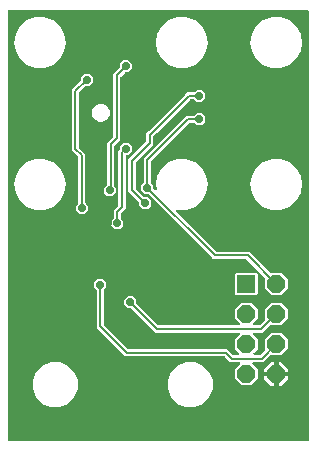
<source format=gbr>
G04 EAGLE Gerber RS-274X export*
G75*
%MOMM*%
%FSLAX34Y34*%
%LPD*%
%INBottom Copper*%
%IPPOS*%
%AMOC8*
5,1,8,0,0,1.08239X$1,22.5*%
G01*
%ADD10R,1.524000X1.524000*%
%ADD11P,1.649562X8X292.500000*%
%ADD12P,0.654629X8X22.500000*%
%ADD13C,0.203200*%

G36*
X256502Y2549D02*
X256502Y2549D01*
X256560Y2547D01*
X256642Y2569D01*
X256726Y2581D01*
X256779Y2604D01*
X256835Y2619D01*
X256908Y2662D01*
X256985Y2697D01*
X257030Y2735D01*
X257080Y2764D01*
X257138Y2826D01*
X257202Y2880D01*
X257234Y2929D01*
X257274Y2972D01*
X257313Y3047D01*
X257360Y3117D01*
X257377Y3173D01*
X257404Y3225D01*
X257415Y3293D01*
X257445Y3388D01*
X257448Y3488D01*
X257459Y3556D01*
X257459Y366444D01*
X257451Y366502D01*
X257453Y366560D01*
X257431Y366642D01*
X257419Y366726D01*
X257396Y366779D01*
X257381Y366835D01*
X257338Y366908D01*
X257303Y366985D01*
X257265Y367030D01*
X257236Y367080D01*
X257174Y367138D01*
X257120Y367202D01*
X257071Y367234D01*
X257028Y367274D01*
X256953Y367313D01*
X256883Y367360D01*
X256827Y367377D01*
X256775Y367404D01*
X256707Y367415D01*
X256612Y367445D01*
X256512Y367448D01*
X256444Y367459D01*
X3556Y367459D01*
X3498Y367451D01*
X3440Y367453D01*
X3358Y367431D01*
X3274Y367419D01*
X3221Y367396D01*
X3165Y367381D01*
X3092Y367338D01*
X3015Y367303D01*
X2970Y367265D01*
X2920Y367236D01*
X2862Y367174D01*
X2798Y367120D01*
X2766Y367071D01*
X2726Y367028D01*
X2687Y366953D01*
X2640Y366883D01*
X2623Y366827D01*
X2596Y366775D01*
X2585Y366707D01*
X2555Y366612D01*
X2552Y366512D01*
X2541Y366444D01*
X2541Y3556D01*
X2549Y3498D01*
X2547Y3440D01*
X2569Y3358D01*
X2581Y3274D01*
X2604Y3221D01*
X2619Y3165D01*
X2662Y3092D01*
X2697Y3015D01*
X2735Y2970D01*
X2764Y2920D01*
X2826Y2862D01*
X2880Y2798D01*
X2929Y2766D01*
X2972Y2726D01*
X3047Y2687D01*
X3117Y2640D01*
X3173Y2623D01*
X3225Y2596D01*
X3293Y2585D01*
X3388Y2555D01*
X3488Y2552D01*
X3556Y2541D01*
X256444Y2541D01*
X256502Y2549D01*
G37*
%LPC*%
G36*
X200802Y49747D02*
X200802Y49747D01*
X195147Y55402D01*
X195147Y63398D01*
X199467Y67718D01*
X199485Y67742D01*
X199507Y67761D01*
X199570Y67855D01*
X199638Y67945D01*
X199648Y67973D01*
X199665Y67997D01*
X199699Y68105D01*
X199739Y68211D01*
X199742Y68240D01*
X199751Y68268D01*
X199753Y68382D01*
X199763Y68494D01*
X199757Y68523D01*
X199758Y68552D01*
X199729Y68662D01*
X199707Y68773D01*
X199693Y68799D01*
X199686Y68827D01*
X199628Y68925D01*
X199576Y69025D01*
X199556Y69047D01*
X199541Y69072D01*
X199458Y69149D01*
X199380Y69231D01*
X199355Y69246D01*
X199333Y69266D01*
X199233Y69318D01*
X199135Y69375D01*
X199106Y69382D01*
X199080Y69396D01*
X199003Y69409D01*
X198859Y69445D01*
X198797Y69443D01*
X198749Y69451D01*
X191237Y69451D01*
X186535Y74154D01*
X186465Y74206D01*
X186401Y74266D01*
X186351Y74292D01*
X186307Y74325D01*
X186226Y74356D01*
X186148Y74396D01*
X186100Y74404D01*
X186042Y74426D01*
X185894Y74438D01*
X185817Y74451D01*
X102210Y74451D01*
X77901Y98760D01*
X77901Y130477D01*
X77893Y130533D01*
X77895Y130579D01*
X77888Y130605D01*
X77886Y130651D01*
X77869Y130704D01*
X77861Y130758D01*
X77828Y130832D01*
X77823Y130854D01*
X77818Y130861D01*
X77799Y130921D01*
X77771Y130961D01*
X77745Y131018D01*
X77678Y131097D01*
X77678Y131098D01*
X77676Y131099D01*
X77649Y131131D01*
X77604Y131195D01*
X75893Y132905D01*
X75893Y137095D01*
X78855Y140057D01*
X83045Y140057D01*
X86007Y137095D01*
X86007Y132905D01*
X84296Y131195D01*
X84244Y131125D01*
X84184Y131061D01*
X84158Y131012D01*
X84125Y130968D01*
X84102Y130906D01*
X84098Y130901D01*
X84093Y130884D01*
X84054Y130808D01*
X84046Y130760D01*
X84024Y130702D01*
X84020Y130653D01*
X84013Y130630D01*
X84011Y130548D01*
X83999Y130477D01*
X83999Y101706D01*
X84011Y101619D01*
X84014Y101532D01*
X84031Y101479D01*
X84039Y101424D01*
X84074Y101345D01*
X84101Y101261D01*
X84129Y101222D01*
X84155Y101165D01*
X84251Y101052D01*
X84296Y100988D01*
X104438Y80846D01*
X104508Y80794D01*
X104572Y80734D01*
X104621Y80708D01*
X104665Y80675D01*
X104747Y80644D01*
X104825Y80604D01*
X104872Y80596D01*
X104931Y80574D01*
X105079Y80562D01*
X105156Y80549D01*
X188763Y80549D01*
X193465Y75846D01*
X193535Y75794D01*
X193599Y75734D01*
X193649Y75708D01*
X193693Y75675D01*
X193774Y75644D01*
X193852Y75604D01*
X193900Y75596D01*
X193958Y75574D01*
X194106Y75562D01*
X194183Y75549D01*
X197949Y75549D01*
X197978Y75553D01*
X198008Y75550D01*
X198119Y75573D01*
X198231Y75589D01*
X198257Y75601D01*
X198286Y75606D01*
X198387Y75658D01*
X198490Y75705D01*
X198513Y75724D01*
X198539Y75737D01*
X198621Y75815D01*
X198707Y75888D01*
X198723Y75913D01*
X198745Y75933D01*
X198802Y76031D01*
X198865Y76125D01*
X198874Y76153D01*
X198888Y76178D01*
X198916Y76288D01*
X198951Y76396D01*
X198951Y76426D01*
X198958Y76454D01*
X198955Y76567D01*
X198958Y76680D01*
X198950Y76709D01*
X198949Y76738D01*
X198915Y76846D01*
X198886Y76955D01*
X198871Y76981D01*
X198862Y77009D01*
X198816Y77072D01*
X198741Y77200D01*
X198695Y77243D01*
X198667Y77282D01*
X195147Y80802D01*
X195147Y88798D01*
X199067Y92718D01*
X199085Y92742D01*
X199107Y92761D01*
X199170Y92855D01*
X199238Y92945D01*
X199248Y92973D01*
X199265Y92997D01*
X199299Y93105D01*
X199339Y93211D01*
X199342Y93240D01*
X199351Y93268D01*
X199353Y93382D01*
X199363Y93494D01*
X199357Y93523D01*
X199358Y93552D01*
X199329Y93662D01*
X199307Y93773D01*
X199293Y93799D01*
X199286Y93827D01*
X199228Y93925D01*
X199176Y94025D01*
X199156Y94047D01*
X199141Y94072D01*
X199058Y94149D01*
X198980Y94231D01*
X198955Y94246D01*
X198933Y94266D01*
X198833Y94318D01*
X198735Y94375D01*
X198706Y94382D01*
X198680Y94396D01*
X198603Y94409D01*
X198459Y94445D01*
X198397Y94443D01*
X198349Y94451D01*
X127917Y94451D01*
X107393Y114976D01*
X107323Y115029D01*
X107259Y115089D01*
X107210Y115114D01*
X107165Y115147D01*
X107084Y115178D01*
X107006Y115218D01*
X106958Y115226D01*
X106900Y115248D01*
X106752Y115261D01*
X106675Y115274D01*
X104255Y115274D01*
X101293Y118236D01*
X101293Y122425D01*
X104255Y125387D01*
X108445Y125387D01*
X111407Y122425D01*
X111407Y120006D01*
X111419Y119919D01*
X111422Y119832D01*
X111439Y119779D01*
X111447Y119724D01*
X111482Y119644D01*
X111509Y119561D01*
X111537Y119522D01*
X111563Y119465D01*
X111659Y119352D01*
X111704Y119288D01*
X130146Y100846D01*
X130216Y100794D01*
X130279Y100734D01*
X130329Y100708D01*
X130373Y100675D01*
X130455Y100644D01*
X130533Y100604D01*
X130580Y100596D01*
X130639Y100574D01*
X130786Y100562D01*
X130864Y100549D01*
X198349Y100549D01*
X198378Y100553D01*
X198408Y100550D01*
X198519Y100573D01*
X198631Y100589D01*
X198657Y100601D01*
X198686Y100606D01*
X198787Y100658D01*
X198890Y100705D01*
X198913Y100724D01*
X198939Y100737D01*
X199021Y100815D01*
X199107Y100888D01*
X199123Y100913D01*
X199145Y100933D01*
X199202Y101031D01*
X199265Y101125D01*
X199274Y101153D01*
X199288Y101178D01*
X199316Y101288D01*
X199351Y101396D01*
X199351Y101426D01*
X199358Y101454D01*
X199355Y101567D01*
X199358Y101680D01*
X199350Y101709D01*
X199349Y101738D01*
X199315Y101846D01*
X199286Y101955D01*
X199271Y101981D01*
X199262Y102009D01*
X199216Y102072D01*
X199141Y102200D01*
X199095Y102243D01*
X199067Y102282D01*
X195147Y106202D01*
X195147Y114198D01*
X200802Y119853D01*
X208798Y119853D01*
X214453Y114198D01*
X214453Y106202D01*
X210533Y102282D01*
X210515Y102258D01*
X210493Y102239D01*
X210430Y102145D01*
X210362Y102055D01*
X210352Y102027D01*
X210335Y102003D01*
X210301Y101895D01*
X210261Y101789D01*
X210258Y101760D01*
X210249Y101732D01*
X210247Y101618D01*
X210237Y101506D01*
X210243Y101477D01*
X210242Y101448D01*
X210271Y101338D01*
X210293Y101227D01*
X210307Y101201D01*
X210314Y101173D01*
X210372Y101075D01*
X210424Y100975D01*
X210444Y100953D01*
X210459Y100928D01*
X210542Y100851D01*
X210620Y100769D01*
X210645Y100754D01*
X210667Y100734D01*
X210767Y100682D01*
X210865Y100625D01*
X210894Y100618D01*
X210920Y100604D01*
X210997Y100591D01*
X211141Y100555D01*
X211203Y100557D01*
X211251Y100549D01*
X215817Y100549D01*
X215903Y100561D01*
X215991Y100564D01*
X216043Y100581D01*
X216098Y100589D01*
X216178Y100624D01*
X216261Y100651D01*
X216300Y100679D01*
X216358Y100705D01*
X216471Y100801D01*
X216535Y100846D01*
X220501Y104812D01*
X220536Y104859D01*
X220578Y104899D01*
X220621Y104972D01*
X220672Y105040D01*
X220693Y105094D01*
X220722Y105145D01*
X220743Y105226D01*
X220773Y105305D01*
X220778Y105363D01*
X220792Y105420D01*
X220790Y105505D01*
X220797Y105589D01*
X220785Y105646D01*
X220783Y105704D01*
X220757Y105785D01*
X220741Y105867D01*
X220714Y105919D01*
X220696Y105975D01*
X220656Y106031D01*
X220610Y106120D01*
X220547Y106185D01*
X220547Y114198D01*
X226202Y119853D01*
X234198Y119853D01*
X239853Y114198D01*
X239853Y106202D01*
X234198Y100547D01*
X226191Y100547D01*
X226161Y100578D01*
X226088Y100621D01*
X226021Y100672D01*
X225966Y100693D01*
X225916Y100722D01*
X225834Y100743D01*
X225755Y100773D01*
X225697Y100778D01*
X225640Y100792D01*
X225556Y100790D01*
X225472Y100797D01*
X225415Y100785D01*
X225356Y100783D01*
X225276Y100757D01*
X225193Y100741D01*
X225141Y100714D01*
X225086Y100696D01*
X225030Y100656D01*
X224941Y100610D01*
X224869Y100541D01*
X224812Y100501D01*
X220846Y96535D01*
X220846Y96534D01*
X218763Y94451D01*
X211251Y94451D01*
X211222Y94447D01*
X211192Y94450D01*
X211081Y94427D01*
X210969Y94411D01*
X210943Y94399D01*
X210914Y94394D01*
X210813Y94342D01*
X210710Y94295D01*
X210687Y94276D01*
X210661Y94263D01*
X210579Y94185D01*
X210493Y94112D01*
X210477Y94087D01*
X210455Y94067D01*
X210398Y93969D01*
X210335Y93875D01*
X210326Y93847D01*
X210312Y93822D01*
X210284Y93712D01*
X210249Y93604D01*
X210249Y93574D01*
X210242Y93546D01*
X210245Y93433D01*
X210242Y93320D01*
X210250Y93291D01*
X210251Y93262D01*
X210285Y93154D01*
X210314Y93045D01*
X210329Y93019D01*
X210338Y92991D01*
X210384Y92928D01*
X210459Y92800D01*
X210505Y92757D01*
X210533Y92718D01*
X214453Y88798D01*
X214453Y80802D01*
X210933Y77282D01*
X210915Y77258D01*
X210893Y77239D01*
X210830Y77145D01*
X210762Y77055D01*
X210752Y77027D01*
X210735Y77003D01*
X210701Y76895D01*
X210661Y76789D01*
X210658Y76760D01*
X210649Y76732D01*
X210647Y76618D01*
X210637Y76506D01*
X210643Y76477D01*
X210642Y76448D01*
X210671Y76338D01*
X210693Y76227D01*
X210707Y76201D01*
X210714Y76173D01*
X210772Y76075D01*
X210824Y75975D01*
X210844Y75953D01*
X210859Y75928D01*
X210942Y75851D01*
X211020Y75769D01*
X211045Y75754D01*
X211067Y75734D01*
X211167Y75682D01*
X211265Y75625D01*
X211294Y75618D01*
X211320Y75604D01*
X211397Y75591D01*
X211541Y75555D01*
X211603Y75557D01*
X211651Y75549D01*
X216217Y75549D01*
X216303Y75561D01*
X216391Y75564D01*
X216443Y75581D01*
X216498Y75589D01*
X216578Y75624D01*
X216661Y75651D01*
X216700Y75679D01*
X216758Y75705D01*
X216871Y75801D01*
X216935Y75846D01*
X220501Y79412D01*
X220536Y79459D01*
X220578Y79499D01*
X220621Y79572D01*
X220672Y79640D01*
X220693Y79694D01*
X220722Y79745D01*
X220743Y79826D01*
X220773Y79905D01*
X220778Y79963D01*
X220792Y80020D01*
X220790Y80105D01*
X220797Y80189D01*
X220785Y80246D01*
X220783Y80304D01*
X220757Y80385D01*
X220741Y80467D01*
X220714Y80519D01*
X220696Y80575D01*
X220656Y80631D01*
X220610Y80720D01*
X220547Y80785D01*
X220547Y88798D01*
X226202Y94453D01*
X234198Y94453D01*
X239853Y88798D01*
X239853Y80802D01*
X234198Y75147D01*
X226191Y75147D01*
X226161Y75178D01*
X226088Y75221D01*
X226021Y75272D01*
X225966Y75293D01*
X225916Y75322D01*
X225834Y75343D01*
X225755Y75373D01*
X225697Y75378D01*
X225640Y75392D01*
X225556Y75390D01*
X225472Y75397D01*
X225415Y75385D01*
X225356Y75383D01*
X225276Y75357D01*
X225193Y75341D01*
X225141Y75314D01*
X225086Y75296D01*
X225030Y75256D01*
X224941Y75210D01*
X224869Y75141D01*
X224812Y75101D01*
X219163Y69451D01*
X210851Y69451D01*
X210822Y69447D01*
X210792Y69450D01*
X210681Y69427D01*
X210569Y69411D01*
X210543Y69399D01*
X210514Y69394D01*
X210413Y69342D01*
X210310Y69295D01*
X210287Y69276D01*
X210261Y69263D01*
X210179Y69185D01*
X210093Y69112D01*
X210077Y69087D01*
X210055Y69067D01*
X209998Y68969D01*
X209935Y68875D01*
X209926Y68847D01*
X209912Y68822D01*
X209884Y68712D01*
X209849Y68604D01*
X209849Y68574D01*
X209842Y68546D01*
X209845Y68433D01*
X209842Y68320D01*
X209850Y68291D01*
X209851Y68262D01*
X209885Y68154D01*
X209914Y68045D01*
X209929Y68019D01*
X209938Y67991D01*
X209984Y67928D01*
X210059Y67800D01*
X210105Y67757D01*
X210133Y67718D01*
X214453Y63398D01*
X214453Y55402D01*
X208798Y49747D01*
X200802Y49747D01*
G37*
%LPD*%
%LPC*%
G36*
X226202Y125947D02*
X226202Y125947D01*
X220547Y131602D01*
X220547Y139609D01*
X220578Y139639D01*
X220621Y139712D01*
X220672Y139779D01*
X220693Y139834D01*
X220722Y139884D01*
X220743Y139966D01*
X220773Y140045D01*
X220778Y140103D01*
X220792Y140160D01*
X220790Y140244D01*
X220797Y140328D01*
X220785Y140385D01*
X220783Y140444D01*
X220757Y140524D01*
X220741Y140607D01*
X220714Y140659D01*
X220696Y140714D01*
X220656Y140770D01*
X220610Y140859D01*
X220541Y140931D01*
X220501Y140988D01*
X204835Y156654D01*
X204765Y156706D01*
X204701Y156766D01*
X204651Y156792D01*
X204607Y156825D01*
X204526Y156856D01*
X204448Y156896D01*
X204400Y156904D01*
X204342Y156926D01*
X204194Y156938D01*
X204117Y156951D01*
X176737Y156951D01*
X122043Y211646D01*
X121973Y211698D01*
X121909Y211758D01*
X121859Y211784D01*
X121815Y211817D01*
X121734Y211848D01*
X121656Y211888D01*
X121608Y211896D01*
X121550Y211918D01*
X121402Y211930D01*
X121325Y211943D01*
X118905Y211943D01*
X115943Y214905D01*
X115943Y219095D01*
X117654Y220805D01*
X117706Y220875D01*
X117766Y220939D01*
X117792Y220988D01*
X117825Y221032D01*
X117856Y221114D01*
X117896Y221192D01*
X117904Y221240D01*
X117926Y221298D01*
X117938Y221446D01*
X117951Y221523D01*
X117951Y242263D01*
X153737Y278049D01*
X160477Y278049D01*
X160564Y278061D01*
X160651Y278064D01*
X160704Y278081D01*
X160758Y278089D01*
X160838Y278124D01*
X160921Y278151D01*
X160961Y278179D01*
X161018Y278205D01*
X161131Y278301D01*
X161195Y278346D01*
X162905Y280057D01*
X167095Y280057D01*
X170057Y277095D01*
X170057Y272905D01*
X167095Y269943D01*
X162905Y269943D01*
X161195Y271654D01*
X161125Y271706D01*
X161061Y271766D01*
X161012Y271792D01*
X160968Y271825D01*
X160886Y271856D01*
X160808Y271896D01*
X160760Y271904D01*
X160702Y271926D01*
X160554Y271938D01*
X160477Y271951D01*
X156683Y271951D01*
X156597Y271939D01*
X156509Y271936D01*
X156457Y271919D01*
X156402Y271911D01*
X156322Y271876D01*
X156239Y271849D01*
X156200Y271821D01*
X156142Y271795D01*
X156029Y271699D01*
X155965Y271654D01*
X124346Y240035D01*
X124294Y239965D01*
X124234Y239901D01*
X124208Y239851D01*
X124175Y239807D01*
X124144Y239726D01*
X124104Y239648D01*
X124096Y239600D01*
X124074Y239542D01*
X124062Y239394D01*
X124049Y239317D01*
X124049Y221523D01*
X124061Y221436D01*
X124064Y221349D01*
X124081Y221296D01*
X124089Y221242D01*
X124124Y221162D01*
X124151Y221079D01*
X124179Y221039D01*
X124205Y220982D01*
X124301Y220869D01*
X124346Y220805D01*
X126057Y219095D01*
X126057Y216675D01*
X126069Y216589D01*
X126072Y216501D01*
X126089Y216449D01*
X126097Y216394D01*
X126132Y216314D01*
X126159Y216231D01*
X126187Y216192D01*
X126213Y216134D01*
X126309Y216021D01*
X126354Y215957D01*
X127033Y215278D01*
X127127Y215207D01*
X127218Y215132D01*
X127241Y215122D01*
X127261Y215107D01*
X127371Y215065D01*
X127478Y215018D01*
X127503Y215015D01*
X127526Y215006D01*
X127643Y214996D01*
X127760Y214981D01*
X127785Y214985D01*
X127810Y214982D01*
X127925Y215006D01*
X128041Y215023D01*
X128064Y215033D01*
X128088Y215038D01*
X128193Y215093D01*
X128299Y215141D01*
X128318Y215158D01*
X128341Y215169D01*
X128426Y215250D01*
X128515Y215327D01*
X128529Y215348D01*
X128547Y215365D01*
X128606Y215466D01*
X128670Y215565D01*
X128678Y215589D01*
X128690Y215610D01*
X128719Y215724D01*
X128754Y215837D01*
X128754Y215859D01*
X128761Y215886D01*
X128752Y216170D01*
X128751Y216171D01*
X128751Y216172D01*
X128076Y220000D01*
X129398Y227498D01*
X133205Y234092D01*
X139038Y238987D01*
X146193Y241591D01*
X153807Y241591D01*
X160962Y238987D01*
X166795Y234092D01*
X170602Y227498D01*
X171924Y220000D01*
X170602Y212502D01*
X166795Y205908D01*
X160962Y201013D01*
X153807Y198409D01*
X146353Y198409D01*
X146324Y198405D01*
X146295Y198408D01*
X146184Y198385D01*
X146072Y198369D01*
X146045Y198357D01*
X146016Y198352D01*
X145916Y198300D01*
X145812Y198253D01*
X145790Y198234D01*
X145764Y198221D01*
X145682Y198143D01*
X145595Y198070D01*
X145579Y198045D01*
X145558Y198025D01*
X145501Y197927D01*
X145438Y197833D01*
X145429Y197805D01*
X145414Y197780D01*
X145386Y197670D01*
X145352Y197562D01*
X145351Y197532D01*
X145344Y197504D01*
X145348Y197391D01*
X145345Y197278D01*
X145352Y197249D01*
X145353Y197220D01*
X145388Y197112D01*
X145417Y197003D01*
X145432Y196977D01*
X145441Y196949D01*
X145486Y196886D01*
X145562Y196758D01*
X145607Y196715D01*
X145635Y196676D01*
X178965Y163346D01*
X179035Y163294D01*
X179099Y163234D01*
X179149Y163208D01*
X179193Y163175D01*
X179274Y163144D01*
X179352Y163104D01*
X179400Y163096D01*
X179458Y163074D01*
X179606Y163062D01*
X179683Y163049D01*
X207063Y163049D01*
X209146Y160966D01*
X209146Y160965D01*
X224812Y145299D01*
X224859Y145264D01*
X224899Y145222D01*
X224972Y145179D01*
X225040Y145128D01*
X225094Y145107D01*
X225145Y145078D01*
X225226Y145057D01*
X225305Y145027D01*
X225363Y145022D01*
X225420Y145008D01*
X225505Y145010D01*
X225589Y145003D01*
X225646Y145015D01*
X225704Y145017D01*
X225785Y145043D01*
X225867Y145059D01*
X225919Y145086D01*
X225975Y145104D01*
X226031Y145144D01*
X226120Y145190D01*
X226185Y145253D01*
X234198Y145253D01*
X239853Y139598D01*
X239853Y131602D01*
X234198Y125947D01*
X226202Y125947D01*
G37*
%LPD*%
%LPC*%
G36*
X226193Y198409D02*
X226193Y198409D01*
X219038Y201013D01*
X213205Y205908D01*
X209398Y212502D01*
X208076Y220000D01*
X209398Y227498D01*
X213205Y234092D01*
X219038Y238987D01*
X226193Y241591D01*
X233807Y241591D01*
X240962Y238987D01*
X246795Y234092D01*
X250602Y227498D01*
X251924Y220000D01*
X250602Y212502D01*
X246795Y205908D01*
X240962Y201013D01*
X233807Y198409D01*
X226193Y198409D01*
G37*
%LPD*%
%LPC*%
G36*
X146193Y318409D02*
X146193Y318409D01*
X139038Y321013D01*
X133205Y325908D01*
X129398Y332502D01*
X128076Y340000D01*
X129398Y347498D01*
X133205Y354092D01*
X139038Y358987D01*
X146193Y361591D01*
X153807Y361591D01*
X160962Y358987D01*
X166795Y354092D01*
X170602Y347498D01*
X171924Y340000D01*
X170602Y332502D01*
X166795Y325908D01*
X160962Y321013D01*
X153807Y318409D01*
X146193Y318409D01*
G37*
%LPD*%
%LPC*%
G36*
X226193Y318409D02*
X226193Y318409D01*
X219038Y321013D01*
X213205Y325908D01*
X209398Y332502D01*
X208076Y340000D01*
X209398Y347498D01*
X213205Y354092D01*
X219038Y358987D01*
X226193Y361591D01*
X233807Y361591D01*
X240962Y358987D01*
X246795Y354092D01*
X250602Y347498D01*
X251924Y340000D01*
X250602Y332502D01*
X246795Y325908D01*
X240962Y321013D01*
X233807Y318409D01*
X226193Y318409D01*
G37*
%LPD*%
%LPC*%
G36*
X26193Y318409D02*
X26193Y318409D01*
X19038Y321013D01*
X13205Y325908D01*
X9398Y332502D01*
X8076Y340000D01*
X9398Y347498D01*
X13205Y354092D01*
X19038Y358987D01*
X26193Y361591D01*
X33807Y361591D01*
X40962Y358987D01*
X46795Y354092D01*
X50602Y347498D01*
X51924Y340000D01*
X50602Y332502D01*
X46795Y325908D01*
X40962Y321013D01*
X33807Y318409D01*
X26193Y318409D01*
G37*
%LPD*%
%LPC*%
G36*
X26193Y198409D02*
X26193Y198409D01*
X19038Y201013D01*
X13205Y205908D01*
X9398Y212502D01*
X8076Y220000D01*
X9398Y227498D01*
X13205Y234092D01*
X19038Y238987D01*
X26193Y241591D01*
X33807Y241591D01*
X40962Y238987D01*
X46795Y234092D01*
X50602Y227498D01*
X51924Y220000D01*
X50602Y212502D01*
X46795Y205908D01*
X40962Y201013D01*
X33807Y198409D01*
X26193Y198409D01*
G37*
%LPD*%
%LPC*%
G36*
X153363Y31459D02*
X153363Y31459D01*
X146364Y34358D01*
X141008Y39714D01*
X138109Y46713D01*
X138109Y54287D01*
X141008Y61286D01*
X146364Y66642D01*
X153363Y69541D01*
X160937Y69541D01*
X167936Y66642D01*
X173292Y61286D01*
X176191Y54287D01*
X176191Y46713D01*
X173292Y39714D01*
X167936Y34358D01*
X160937Y31459D01*
X153363Y31459D01*
G37*
%LPD*%
%LPC*%
G36*
X39063Y31459D02*
X39063Y31459D01*
X32064Y34358D01*
X26708Y39714D01*
X23809Y46713D01*
X23809Y54287D01*
X26708Y61286D01*
X32064Y66642D01*
X39063Y69541D01*
X46637Y69541D01*
X53636Y66642D01*
X58992Y61286D01*
X61891Y54287D01*
X61891Y46713D01*
X58992Y39714D01*
X53636Y34358D01*
X46637Y31459D01*
X39063Y31459D01*
G37*
%LPD*%
%LPC*%
G36*
X116955Y198893D02*
X116955Y198893D01*
X113993Y201855D01*
X113993Y204275D01*
X113981Y204361D01*
X113978Y204449D01*
X113961Y204501D01*
X113953Y204556D01*
X113918Y204636D01*
X113891Y204719D01*
X113863Y204758D01*
X113837Y204816D01*
X113741Y204929D01*
X113696Y204993D01*
X104951Y213737D01*
X104951Y241263D01*
X119654Y255965D01*
X119706Y256035D01*
X119766Y256099D01*
X119792Y256149D01*
X119825Y256193D01*
X119856Y256274D01*
X119896Y256352D01*
X119904Y256400D01*
X119926Y256458D01*
X119938Y256606D01*
X119951Y256683D01*
X119951Y263263D01*
X122034Y265346D01*
X122035Y265346D01*
X152654Y295965D01*
X152654Y295966D01*
X154737Y298049D01*
X160477Y298049D01*
X160564Y298061D01*
X160651Y298064D01*
X160704Y298081D01*
X160758Y298089D01*
X160838Y298124D01*
X160921Y298151D01*
X160961Y298179D01*
X161018Y298205D01*
X161131Y298301D01*
X161195Y298346D01*
X162905Y300057D01*
X167095Y300057D01*
X170057Y297095D01*
X170057Y292905D01*
X167095Y289943D01*
X162905Y289943D01*
X161195Y291654D01*
X161125Y291706D01*
X161061Y291766D01*
X161012Y291792D01*
X160968Y291825D01*
X160886Y291856D01*
X160808Y291896D01*
X160760Y291904D01*
X160702Y291926D01*
X160554Y291938D01*
X160477Y291951D01*
X157683Y291951D01*
X157597Y291939D01*
X157509Y291936D01*
X157457Y291919D01*
X157402Y291911D01*
X157322Y291876D01*
X157239Y291849D01*
X157200Y291821D01*
X157142Y291795D01*
X157029Y291699D01*
X156965Y291654D01*
X126346Y261035D01*
X126294Y260965D01*
X126234Y260901D01*
X126208Y260851D01*
X126175Y260807D01*
X126144Y260726D01*
X126104Y260648D01*
X126096Y260600D01*
X126074Y260542D01*
X126062Y260394D01*
X126049Y260317D01*
X126049Y253737D01*
X111346Y239035D01*
X111294Y238965D01*
X111234Y238901D01*
X111208Y238851D01*
X111175Y238807D01*
X111144Y238726D01*
X111104Y238648D01*
X111096Y238600D01*
X111074Y238542D01*
X111062Y238394D01*
X111049Y238317D01*
X111049Y216683D01*
X111061Y216597D01*
X111064Y216509D01*
X111081Y216457D01*
X111089Y216402D01*
X111124Y216322D01*
X111151Y216239D01*
X111179Y216200D01*
X111205Y216142D01*
X111301Y216029D01*
X111346Y215965D01*
X118007Y209304D01*
X118077Y209252D01*
X118141Y209192D01*
X118191Y209166D01*
X118235Y209133D01*
X118316Y209102D01*
X118394Y209062D01*
X118442Y209054D01*
X118500Y209032D01*
X118648Y209020D01*
X118725Y209007D01*
X121145Y209007D01*
X124107Y206045D01*
X124107Y201855D01*
X121145Y198893D01*
X116955Y198893D01*
G37*
%LPD*%
%LPC*%
G36*
X63405Y194943D02*
X63405Y194943D01*
X60443Y197905D01*
X60443Y202095D01*
X62154Y203805D01*
X62206Y203875D01*
X62266Y203939D01*
X62292Y203988D01*
X62325Y204032D01*
X62356Y204114D01*
X62396Y204192D01*
X62404Y204240D01*
X62426Y204298D01*
X62434Y204398D01*
X62437Y204408D01*
X62438Y204445D01*
X62438Y204446D01*
X62451Y204523D01*
X62451Y242817D01*
X62439Y242903D01*
X62436Y242991D01*
X62419Y243043D01*
X62411Y243098D01*
X62376Y243178D01*
X62349Y243261D01*
X62321Y243300D01*
X62295Y243358D01*
X62199Y243471D01*
X62154Y243535D01*
X56951Y248737D01*
X56951Y300263D01*
X64146Y307457D01*
X64198Y307527D01*
X64258Y307591D01*
X64284Y307641D01*
X64317Y307685D01*
X64348Y307766D01*
X64388Y307844D01*
X64396Y307892D01*
X64418Y307950D01*
X64430Y308098D01*
X64443Y308175D01*
X64443Y310595D01*
X67405Y313557D01*
X71595Y313557D01*
X74557Y310595D01*
X74557Y306405D01*
X71595Y303443D01*
X69175Y303443D01*
X69089Y303431D01*
X69001Y303428D01*
X68949Y303411D01*
X68894Y303403D01*
X68814Y303368D01*
X68731Y303341D01*
X68692Y303313D01*
X68634Y303287D01*
X68521Y303191D01*
X68457Y303146D01*
X63346Y298035D01*
X63294Y297965D01*
X63234Y297901D01*
X63208Y297851D01*
X63175Y297807D01*
X63144Y297726D01*
X63104Y297648D01*
X63096Y297600D01*
X63074Y297542D01*
X63062Y297394D01*
X63049Y297317D01*
X63049Y251683D01*
X63061Y251597D01*
X63064Y251509D01*
X63081Y251457D01*
X63089Y251402D01*
X63124Y251322D01*
X63151Y251239D01*
X63179Y251200D01*
X63205Y251142D01*
X63301Y251029D01*
X63346Y250965D01*
X68549Y245763D01*
X68549Y204523D01*
X68556Y204473D01*
X68555Y204459D01*
X68561Y204439D01*
X68561Y204436D01*
X68564Y204349D01*
X68581Y204296D01*
X68589Y204242D01*
X68624Y204162D01*
X68651Y204079D01*
X68679Y204039D01*
X68705Y203982D01*
X68801Y203869D01*
X68846Y203805D01*
X70557Y202095D01*
X70557Y197905D01*
X67595Y194943D01*
X63405Y194943D01*
G37*
%LPD*%
%LPC*%
G36*
X86905Y209943D02*
X86905Y209943D01*
X83943Y212905D01*
X83943Y217095D01*
X86654Y219805D01*
X86706Y219875D01*
X86766Y219939D01*
X86792Y219988D01*
X86825Y220032D01*
X86856Y220114D01*
X86896Y220192D01*
X86904Y220240D01*
X86926Y220298D01*
X86938Y220446D01*
X86951Y220523D01*
X86951Y255263D01*
X91654Y259965D01*
X91706Y260035D01*
X91766Y260099D01*
X91792Y260149D01*
X91825Y260193D01*
X91856Y260274D01*
X91896Y260352D01*
X91904Y260400D01*
X91926Y260458D01*
X91938Y260606D01*
X91951Y260683D01*
X91951Y313563D01*
X94034Y315646D01*
X94035Y315646D01*
X97346Y318957D01*
X97398Y319027D01*
X97458Y319091D01*
X97484Y319141D01*
X97517Y319185D01*
X97548Y319266D01*
X97588Y319344D01*
X97596Y319392D01*
X97618Y319450D01*
X97630Y319598D01*
X97643Y319675D01*
X97643Y322095D01*
X100605Y325057D01*
X104795Y325057D01*
X107757Y322095D01*
X107757Y317905D01*
X104795Y314943D01*
X102375Y314943D01*
X102289Y314931D01*
X102201Y314928D01*
X102149Y314911D01*
X102094Y314903D01*
X102014Y314868D01*
X101931Y314841D01*
X101892Y314813D01*
X101834Y314787D01*
X101721Y314691D01*
X101657Y314646D01*
X98346Y311335D01*
X98294Y311265D01*
X98234Y311201D01*
X98208Y311152D01*
X98175Y311107D01*
X98144Y311026D01*
X98104Y310948D01*
X98096Y310900D01*
X98074Y310842D01*
X98062Y310694D01*
X98049Y310617D01*
X98049Y257737D01*
X93346Y253035D01*
X93294Y252965D01*
X93234Y252901D01*
X93208Y252851D01*
X93175Y252807D01*
X93144Y252726D01*
X93104Y252648D01*
X93096Y252600D01*
X93074Y252542D01*
X93069Y252479D01*
X93063Y252460D01*
X93061Y252389D01*
X93049Y252317D01*
X93049Y218523D01*
X93061Y218436D01*
X93064Y218349D01*
X93081Y218296D01*
X93089Y218242D01*
X93124Y218162D01*
X93151Y218078D01*
X93179Y218039D01*
X93205Y217982D01*
X93301Y217869D01*
X93346Y217805D01*
X94057Y217095D01*
X94057Y212905D01*
X91095Y209943D01*
X86905Y209943D01*
G37*
%LPD*%
%LPC*%
G36*
X93405Y181943D02*
X93405Y181943D01*
X90443Y184905D01*
X90443Y189095D01*
X92154Y190805D01*
X92206Y190875D01*
X92266Y190939D01*
X92292Y190988D01*
X92325Y191032D01*
X92356Y191114D01*
X92396Y191192D01*
X92404Y191240D01*
X92426Y191298D01*
X92438Y191446D01*
X92451Y191523D01*
X92451Y198263D01*
X96154Y201965D01*
X96206Y202035D01*
X96266Y202099D01*
X96292Y202149D01*
X96325Y202193D01*
X96356Y202274D01*
X96396Y202352D01*
X96404Y202400D01*
X96426Y202458D01*
X96438Y202606D01*
X96451Y202683D01*
X96451Y248263D01*
X97346Y249157D01*
X97398Y249227D01*
X97458Y249291D01*
X97484Y249341D01*
X97517Y249385D01*
X97548Y249466D01*
X97588Y249544D01*
X97596Y249592D01*
X97618Y249650D01*
X97630Y249798D01*
X97643Y249875D01*
X97643Y252295D01*
X100605Y255257D01*
X104795Y255257D01*
X107757Y252295D01*
X107757Y248105D01*
X104795Y245143D01*
X103564Y245143D01*
X103506Y245135D01*
X103448Y245137D01*
X103366Y245115D01*
X103282Y245103D01*
X103229Y245080D01*
X103173Y245065D01*
X103100Y245022D01*
X103023Y244987D01*
X102978Y244949D01*
X102928Y244920D01*
X102870Y244858D01*
X102806Y244804D01*
X102774Y244755D01*
X102734Y244712D01*
X102695Y244637D01*
X102648Y244567D01*
X102631Y244511D01*
X102604Y244459D01*
X102593Y244391D01*
X102563Y244296D01*
X102560Y244196D01*
X102549Y244128D01*
X102549Y199737D01*
X98846Y196035D01*
X98794Y195965D01*
X98734Y195901D01*
X98708Y195851D01*
X98675Y195807D01*
X98644Y195726D01*
X98604Y195648D01*
X98596Y195600D01*
X98574Y195542D01*
X98562Y195394D01*
X98549Y195317D01*
X98549Y191523D01*
X98561Y191436D01*
X98564Y191349D01*
X98581Y191296D01*
X98589Y191242D01*
X98624Y191162D01*
X98651Y191079D01*
X98679Y191039D01*
X98705Y190982D01*
X98801Y190869D01*
X98846Y190805D01*
X100557Y189095D01*
X100557Y184905D01*
X97595Y181943D01*
X93405Y181943D01*
G37*
%LPD*%
%LPC*%
G36*
X196338Y125947D02*
X196338Y125947D01*
X195147Y127138D01*
X195147Y144062D01*
X196338Y145253D01*
X213262Y145253D01*
X214453Y144062D01*
X214453Y127138D01*
X213262Y125947D01*
X196338Y125947D01*
G37*
%LPD*%
%LPC*%
G36*
X79900Y272959D02*
X79900Y272959D01*
X77128Y274107D01*
X75007Y276228D01*
X73859Y279000D01*
X73859Y282000D01*
X75007Y284772D01*
X77128Y286893D01*
X79900Y288041D01*
X82900Y288041D01*
X85672Y286893D01*
X87793Y284772D01*
X88941Y282000D01*
X88941Y279000D01*
X87793Y276228D01*
X85672Y274107D01*
X82900Y272959D01*
X79900Y272959D01*
G37*
%LPD*%
%LPC*%
G36*
X232231Y61431D02*
X232231Y61431D01*
X232231Y69561D01*
X234409Y69561D01*
X240361Y63609D01*
X240361Y61431D01*
X232231Y61431D01*
G37*
%LPD*%
%LPC*%
G36*
X220039Y61431D02*
X220039Y61431D01*
X220039Y63609D01*
X225991Y69561D01*
X228169Y69561D01*
X228169Y61431D01*
X220039Y61431D01*
G37*
%LPD*%
%LPC*%
G36*
X232231Y49239D02*
X232231Y49239D01*
X232231Y57369D01*
X240361Y57369D01*
X240361Y55191D01*
X234409Y49239D01*
X232231Y49239D01*
G37*
%LPD*%
%LPC*%
G36*
X225991Y49239D02*
X225991Y49239D01*
X220039Y55191D01*
X220039Y57369D01*
X228169Y57369D01*
X228169Y49239D01*
X225991Y49239D01*
G37*
%LPD*%
%LPC*%
G36*
X230199Y59399D02*
X230199Y59399D01*
X230199Y59401D01*
X230201Y59401D01*
X230201Y59399D01*
X230199Y59399D01*
G37*
%LPD*%
D10*
X204800Y135600D03*
D11*
X230200Y135600D03*
X204800Y110200D03*
X230200Y110200D03*
X204800Y84800D03*
X230200Y84800D03*
X204800Y59400D03*
X230200Y59400D03*
D12*
X130000Y300000D03*
X84000Y269000D03*
X84000Y292000D03*
X80000Y310000D03*
X112750Y187000D03*
X125250Y187000D03*
X83750Y250000D03*
X200000Y180000D03*
X87250Y187000D03*
X87250Y144000D03*
X74500Y144000D03*
X55500Y143000D03*
X55500Y187000D03*
X100000Y144000D03*
X112750Y144000D03*
X125500Y144000D03*
X140000Y250000D03*
X68000Y258000D03*
X187000Y305000D03*
X153000Y144000D03*
X10000Y40000D03*
X190000Y40000D03*
X165000Y285000D03*
X74500Y187000D03*
X114500Y234000D03*
X130000Y260000D03*
X142000Y271000D03*
X158000Y268000D03*
X171000Y252000D03*
X207000Y252000D03*
X111500Y258500D03*
X121000Y217000D03*
D13*
X121000Y241000D01*
D12*
X165000Y275000D03*
D13*
X155000Y275000D02*
X121000Y241000D01*
X155000Y275000D02*
X165000Y275000D01*
X205800Y160000D02*
X230200Y135600D01*
X205800Y160000D02*
X178000Y160000D01*
X121000Y217000D01*
D12*
X119050Y203950D03*
X165000Y295000D03*
D13*
X156000Y295000D01*
X108000Y215000D02*
X119050Y203950D01*
X123000Y262000D02*
X156000Y295000D01*
X123000Y262000D02*
X123000Y255000D01*
X108000Y240000D01*
X108000Y215000D01*
D12*
X89000Y215000D03*
X102700Y320000D03*
D13*
X95000Y312300D01*
X230200Y110200D02*
X217500Y97500D01*
X129180Y97500D01*
X106350Y120330D01*
X95000Y259000D02*
X95000Y312300D01*
X95000Y259000D02*
X90000Y254000D01*
X90000Y216000D01*
X89000Y215000D01*
D12*
X106350Y120330D03*
X102700Y250200D03*
D13*
X99500Y247000D01*
D12*
X95500Y187000D03*
D13*
X99500Y201000D02*
X99500Y247000D01*
X99500Y201000D02*
X95500Y197000D01*
X95500Y187000D01*
D12*
X80950Y135000D03*
D13*
X80950Y100023D01*
X103473Y77500D01*
X187500Y77500D01*
X192500Y72500D01*
X217900Y72500D01*
X230200Y84800D01*
D12*
X69500Y308500D03*
X65500Y200000D03*
D13*
X65500Y244500D01*
X60000Y250000D01*
X60000Y299000D01*
X69500Y308500D01*
M02*

</source>
